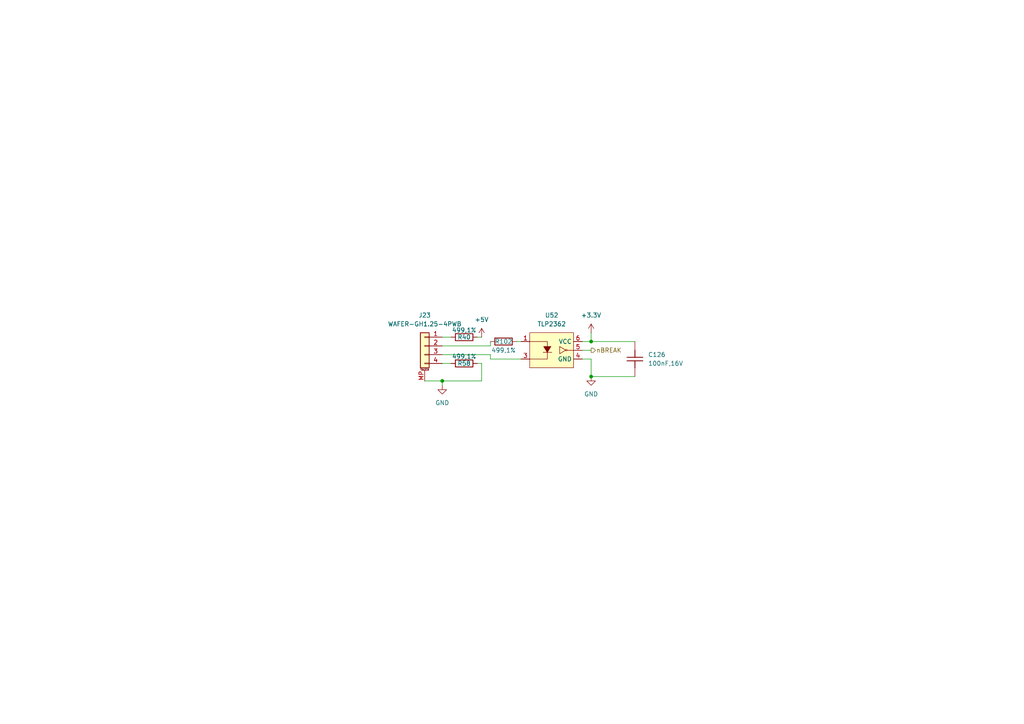
<source format=kicad_sch>
(kicad_sch (version 20250114) (generator "eeschema") (generator_version "9.0")
  (paper "A4")
  (lib_symbols
    (symbol "HPM6280Foc:CC0402KRX7R7BB104"
      (property "Reference" "C" (at -1.27 2.54 0))
      (property "Value" "100nF,16V" (at 0 -3.81 0))
      (symbol "CC0402KRX7R7BB104_1_0"
        (polyline (pts (xy -0.508 2.286) (xy -0.508 -2.286)) (stroke (width 0.254)))
        (polyline (pts (xy -0.508 0) (xy -2.54 0)) (stroke (width 0.254)))
        (polyline (pts (xy 0.508 2.286) (xy 0.508 -2.286)) (stroke (width 0.254)))
        (polyline (pts (xy 0.508 0) (xy 2.54 0)) (stroke (width 0.254)))
        (pin passive line (at -5.08 0 0) (length 2.54) (name "2") (number "2"))
        (pin passive line (at 5.08 0 180) (length 2.54) (name "1") (number "1"))
      )
    )
    (symbol "HPM6280Foc:RC0402FR-07499RL" (pin_numbers (hide yes)) (pin_names (hide yes))
      (property "Reference" "R" (at -1.27 2.54 0))
      (property "Value" "499,1%" (at 0 -2.54 0))
      (symbol "RC0402FR-07499RL_0_1"
        (rectangle (start 2.54 -1.016) (end -2.54 1.016) (stroke (width 0.254)))
      )
      (symbol "RC0402FR-07499RL_1_1"
        (pin passive line (at -3.81 0 0) (length 1.27) (name "~") (number "1"))
        (pin passive line (at 3.81 0 180) (length 1.27) (name "~") (number "2"))
      )
    )
    (symbol "HPM6280Foc:TLP2362"
      (property "Reference" "U" (at 0 2.54 0))
      (property "Value" "TLP2362" (at 0 0 0))
      (symbol "TLP2362_0_0"
        (pin input line (at -2.54 -2.54 0) (length 2.54) (name "") (number "1"))
        (pin input line (at -2.54 -7.62 0) (length 2.54) (name "") (number "3"))
        (pin power_in line (at 15.24 -2.54 180) (length 2.54) (name "VCC") (number "6"))
        (pin output line (at 15.24 -5.08 180) (length 2.54) (name "") (number "5"))
        (pin power_in line (at 15.24 -7.62 180) (length 2.54) (name "GND") (number "4"))
      )
      (symbol "TLP2362_0_1"
        (polyline (pts (xy 0 -2.54) (xy 5.08 -2.54) (xy 5.08 -3.9813)))
        (polyline (pts (xy 3.8506 -5.6771) (xy 6.3906 -5.6771)))
        (polyline (pts (xy 5.08 -5.6769) (xy 5.08 -7.62) (xy 0 -7.62)))
        (polyline (pts (xy 8.6585 -3.9778) (xy 8.6584 -6.0837) (xy 10.3862 -5.0328) (xy 8.6585 -3.9778)))
        (circle (center 10.6083 -5.0372) (radius 0.2141))
        (polyline (pts (xy 12.7 -5.08) (xy 10.8947 -5.08)))
      )
      (symbol "TLP2362_1_1"
        (rectangle (start 0 0) (end 12.7 -10.16) (fill (type background)))
        (polyline (pts (xy 6.1185 -3.9778) (xy 4.0126 -3.9777) (xy 5.0635 -5.7055) (xy 6.1185 -3.9778)) (fill (type outline)))
      )
    )
    (symbol "HPM6280Foc:WAFER-GH1.25-4PWB" (pin_names (hide yes))
      (property "Reference" "J" (at 0 6.35 0))
      (property "Value" "WAFER-GH1.25-4PWB" (at 0 0 0))
      (symbol "WAFER-GH1.25-4PWB_1_1"
        (rectangle (start -1.27 5.08) (end 1.27 -5.08) (stroke (width 0.254)) (fill (type background)))
        (rectangle (start -1.27 3.937) (end 0 3.683) (stroke (width 0.1524)))
        (rectangle (start -1.27 1.397) (end 0 1.143) (stroke (width 0.1524)))
        (rectangle (start -1.27 -1.143) (end 0 -1.397) (stroke (width 0.1524)))
        (rectangle (start -1.27 -3.683) (end 0 -3.937) (stroke (width 0.1524)))
        (polyline (pts (xy -1.016 -5.842) (xy 1.016 -5.842)) (stroke (width 0.1524)))
        (text "Mounting" (at 0 -5.461 0) (effects (font (size 0.381 0.381))))
        (pin passive line (at -5.08 3.81 0) (length 3.81) (name "Pin_1") (number "1"))
        (pin passive line (at -5.08 1.27 0) (length 3.81) (name "Pin_2") (number "2"))
        (pin passive line (at -5.08 -1.27 0) (length 3.81) (name "Pin_3") (number "3"))
        (pin passive line (at -5.08 -3.81 0) (length 3.81) (name "Pin_4") (number "4"))
        (pin passive line (at 0 -8.89 90) (length 3.048) (name "MountPin") (number "MP"))
      )
    )
    (symbol "power:+3.3V" (power) (pin_numbers (hide yes)) (pin_names (offset 0) (hide yes))
      (property "Value" "+3.3V" (at 0 3.556 0))
      (symbol "+3.3V_0_1"
        (polyline (pts (xy -0.762 1.27) (xy 0 2.54)))
        (polyline (pts (xy 0 2.54) (xy 0.762 1.27)))
        (polyline (pts (xy 0 0) (xy 0 2.54)))
      )
      (symbol "+3.3V_1_1"
        (pin power_in line (at 0 0 90) (length 0) (name "~") (number "1"))
      )
    )
    (symbol "power:+5V" (power) (pin_numbers (hide yes)) (pin_names (offset 0) (hide yes))
      (property "Value" "+5V" (at 0 3.556 0))
      (symbol "+5V_0_1"
        (polyline (pts (xy -0.762 1.27) (xy 0 2.54)))
        (polyline (pts (xy 0 2.54) (xy 0.762 1.27)))
        (polyline (pts (xy 0 0) (xy 0 2.54)))
      )
      (symbol "+5V_1_1"
        (pin power_in line (at 0 0 90) (length 0) (name "~") (number "1"))
      )
    )
    (symbol "power:GND" (power) (pin_numbers (hide yes)) (pin_names (offset 0) (hide yes))
      (property "Value" "GND" (at 0 -3.81 0))
      (symbol "GND_0_1"
        (polyline (pts (xy 0 0) (xy 0 -1.27) (xy 1.27 -1.27) (xy 0 -2.54) (xy -1.27 -1.27) (xy 0 -1.27)))
      )
      (symbol "GND_1_1"
        (pin power_in line (at 0 0 270) (length 0) (name "~") (number "1"))
      )
    )
  )
  (junction (at 171.45 109.22))
  (junction (at 128.27 110.49))
  (junction (at 171.45 99.06))
  (wire (pts (xy 139.7 110.49) (xy 128.27 110.49)))
  (wire (pts (xy 128.27 111.76) (xy 128.27 110.49)))
  (wire (pts (xy 171.45 101.6) (xy 168.91 101.6)))
  (wire (pts (xy 123.19 110.49) (xy 128.27 110.49)))
  (wire (pts (xy 168.91 99.06) (xy 171.45 99.06)))
  (wire (pts (xy 168.91 104.14) (xy 171.45 104.14)))
  (wire (pts (xy 142.24 102.87) (xy 128.27 102.87)))
  (wire (pts (xy 142.24 104.14) (xy 142.24 102.87)))
  (wire (pts (xy 171.45 99.06) (xy 171.45 96.52)))
  (wire (pts (xy 139.7 105.41) (xy 139.7 110.49)))
  (wire (pts (xy 142.24 104.14) (xy 151.13 104.14)))
  (wire (pts (xy 171.45 109.22) (xy 184.15 109.22)))
  (wire (pts (xy 149.86 99.06) (xy 151.13 99.06)))
  (wire (pts (xy 171.45 104.14) (xy 171.45 109.22)))
  (wire (pts (xy 138.43 97.79) (xy 139.7 97.79)))
  (wire (pts (xy 128.27 100.33) (xy 142.24 100.33)))
  (wire (pts (xy 128.27 97.79) (xy 130.81 97.79)))
  (wire (pts (xy 171.45 99.06) (xy 184.15 99.06)))
  (wire (pts (xy 128.27 105.41) (xy 130.81 105.41)))
  (wire (pts (xy 139.7 105.41) (xy 138.43 105.41)))
  (wire (pts (xy 142.24 100.33) (xy 142.24 99.06)))
  (hierarchical_label "nBREAK" (shape output) (at 171.45 101.6 0))
  (symbol (lib_id "power:GND") (at 128.27 111.76 0) (unit 1)
    (property "Reference" "#PWR0149" (effects (hide yes)))
    (property "Value" "GND" (at 128.27 116.84 0))
    (property "Description" "Power symbol creates a global label with name \"GND\" , ground" (effects (hide yes)))
  )
  (symbol (lib_id "HPM6280Foc:RC0402FR-07499RL") (at 146.05 99.06 0) (unit 1)
    (property "Reference" "R102" (at 146.05 99.06 0))
    (property "Value" "499,1%" (at 146.05 101.6 0))
    (property "Footprint" "Resistor_SMD:R_0402_1005Metric" (effects (hide yes)))
    (property "华秋编号" "G0079170" (effects (hide yes)))
    (property "立创编号" "C137970" (effects (hide yes)))
    (property "制造商" "YAGEO(国巨)" (effects (hide yes)))
  )
  (symbol (lib_id "power:+5V") (at 139.7 97.79 0) (unit 1)
    (property "Reference" "#PWR0109" (effects (hide yes)))
    (property "Value" "+5V" (at 139.7 92.71 0))
    (property "Description" "Power symbol creates a global label with name \"+5V\"" (effects (hide yes)))
  )
  (symbol (lib_id "power:GND") (at 171.45 109.22 0) (unit 1)
    (property "Reference" "#PWR0327" (effects (hide yes)))
    (property "Value" "GND" (at 171.45 114.3 0))
    (property "Description" "Power symbol creates a global label with name \"GND\" , ground" (effects (hide yes)))
  )
  (symbol (lib_id "HPM6280Foc:RC0402FR-07499RL") (at 134.62 97.79 0) (unit 1)
    (property "Reference" "R40" (at 134.62 97.79 0))
    (property "Value" "499,1%" (at 134.62 95.758 0))
    (property "Footprint" "Resistor_SMD:R_0402_1005Metric" (effects (hide yes)))
    (property "华秋编号" "G0079170" (effects (hide yes)))
    (property "立创编号" "C137970" (effects (hide yes)))
    (property "制造商" "YAGEO(国巨)" (effects (hide yes)))
  )
  (symbol (lib_id "HPM6280Foc:RC0402FR-07499RL") (at 134.62 105.41 0) (unit 1)
    (property "Reference" "R58" (at 134.62 105.41 0))
    (property "Value" "499,1%" (at 134.62 103.378 0))
    (property "Footprint" "Resistor_SMD:R_0402_1005Metric" (effects (hide yes)))
    (property "华秋编号" "G0079170" (effects (hide yes)))
    (property "立创编号" "C137970" (effects (hide yes)))
    (property "制造商" "YAGEO(国巨)" (effects (hide yes)))
  )
  (symbol (lib_id "HPM6280Foc:CC0402KRX7R7BB104") (at 184.15 104.14 90) (unit 1)
    (property "Reference" "C126" (at 187.96 102.8699 90) (effects (justify right)))
    (property "Value" "100nF,16V" (at 187.96 105.4099 90) (effects (justify right)))
    (property "Footprint" "Capacitor_SMD:C_0402_1005Metric" (effects (hide yes)))
    (property "华秋编号" "G0042289" (effects (hide yes)))
    (property "立创编号" "C60474" (effects (hide yes)))
    (property "制造商" "YAGEO(国巨)" (effects (hide yes)))
  )
  (symbol (lib_id "HPM6280Foc:TLP2362") (at 153.67 96.52 0) (unit 1)
    (property "Reference" "U52" (at 160.02 91.44 0))
    (property "Value" "TLP2362" (at 160.02 93.98 0))
    (property "Footprint" "Package_SO:SO-5-6_4.55x3.7mm_P1.27mm" (effects (hide yes)))
    (property "Datasheet" "https://item.szlcsc.com/datasheet/TLP2362(TPL%252CE(T/38638.html?spm=sc.it.xds.a___sc.cidn.xh1.zy.t&lcsc_vid=RFRfBVcDE1AKVwFQFlNZVFdVEVVeBlJXT1hWXgUERFUxVlNTRlZWVVFRTlldXztW" (effects (hide yes)))
    (property "立创编号" "C37658" (effects (hide yes)))
  )
  (symbol (lib_id "power:+3.3V") (at 171.45 96.52 0) (unit 1)
    (property "Reference" "#PWR0328" (effects (hide yes)))
    (property "Value" "+3.3V" (at 171.45 91.44 0))
    (property "Description" "Power symbol creates a global label with name \"+3.3V\"" (effects (hide yes)))
  )
  (symbol (lib_id "HPM6280Foc:WAFER-GH1.25-4PWB") (at 123.19 101.6 0) (mirror y) (unit 1)
    (property "Reference" "J23" (at 123.19 91.44 0))
    (property "Value" "WAFER-GH1.25-4PWB" (at 123.19 93.98 0))
    (property "Footprint" "Library:JST_GH_SM04B-GHS-TB_1x04-1MP_P1.25mm_Horizontal" (effects (hide yes)))
    (property "Datasheet" "https://atta.szlcsc.com/upload/public/pdf/source/20220527/CB8773BFB0913C3B8ABD62CB38BA101A.pdf" (effects (hide yes)))
    (property "Description" "GH1.25 4P 卧贴" (effects (hide yes)))
    (property "华秋编号" "G11978969" (effects (hide yes)))
    (property "立创编号" "C3029379" (effects (hide yes)))
  )
)
</source>
